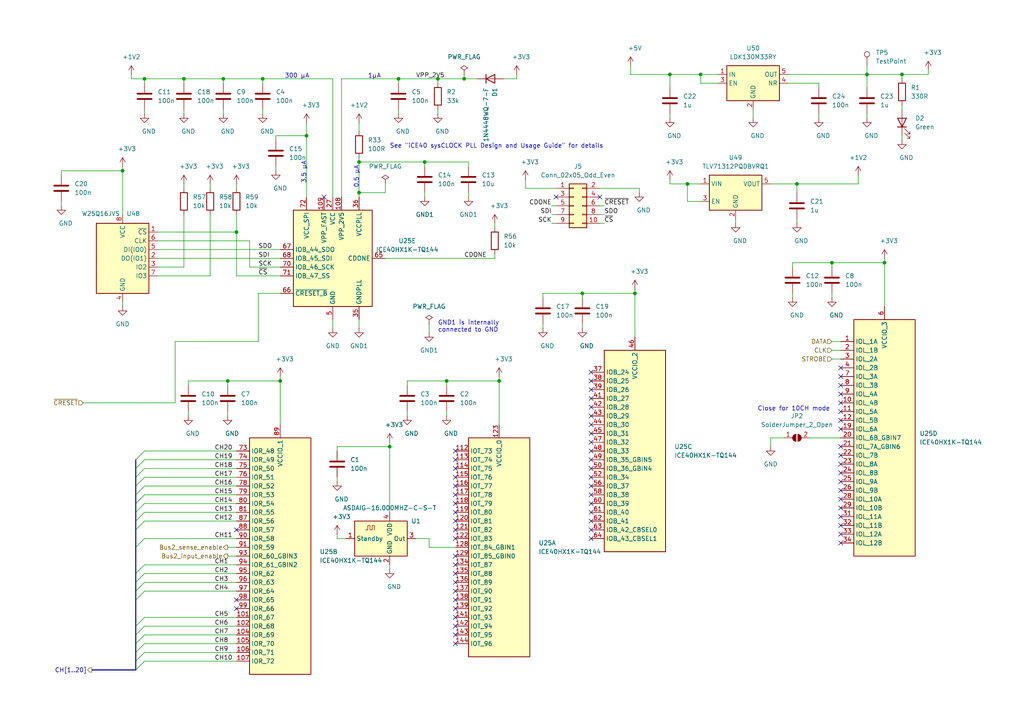
<source format=kicad_sch>
(kicad_sch (version 20231120) (generator "eeschema") (generator_version "8.0")
  (paper "A4")
  (title_block (title "Keithley 2000-SCAN-20 SSR") (date "2024-09-26") (rev "2.0.1") (comment 1 "Copyright (©) 2024, Patrick Baus <patrick.baus@physik.tu-darmstadt.de>") (comment 2 "CERN-OHL-W"))
  (junction (at 123.19 46.99))
  (junction (at 53.34 22.86))
  (junction (at 256.54 76.2))
  (junction (at 113.03 129.54))
  (junction (at 104.14 46.99))
  (junction (at 127 22.86))
  (junction (at 88.9 39.37))
  (junction (at 144.78 110.49))
  (junction (at 261.62 21.59))
  (junction (at 35.56 49.53))
  (junction (at 115.57 22.86))
  (junction (at 134.62 22.86))
  (junction (at 194.31 21.59))
  (junction (at 184.15 85.09))
  (junction (at 76.2 22.86))
  (junction (at 203.2 21.59))
  (junction (at 41.91 22.86))
  (junction (at 231.14 53.34))
  (junction (at 251.46 21.59))
  (junction (at 66.04 110.49))
  (junction (at 129.54 110.49))
  (junction (at 68.58 67.31))
  (junction (at 64.77 22.86))
  (junction (at 168.91 85.09))
  (junction (at 81.28 110.49))
  (junction (at 199.39 53.34))
  (junction (at 104.14 55.88))
  (junction (at 241.3 76.2))
  (no_connect (at 171.45 113.03))
  (no_connect (at 243.84 147.32))
  (no_connect (at 243.84 157.48))
  (no_connect (at 243.84 106.68))
  (no_connect (at 243.84 137.16))
  (no_connect (at 243.84 142.24))
  (no_connect (at 68.58 173.99))
  (no_connect (at 68.58 176.53))
  (no_connect (at 68.58 153.67))
  (no_connect (at 243.84 152.4))
  (no_connect (at 243.84 134.62))
  (no_connect (at 243.84 139.7))
  (no_connect (at 243.84 109.22))
  (no_connect (at 243.84 129.54))
  (no_connect (at 243.84 154.94))
  (no_connect (at 161.29 57.15))
  (no_connect (at 173.99 57.15))
  (no_connect (at 243.84 121.92))
  (no_connect (at 93.98 57.15))
  (no_connect (at 243.84 111.76))
  (no_connect (at 243.84 149.86))
  (no_connect (at 171.45 107.95))
  (no_connect (at 243.84 144.78))
  (no_connect (at 243.84 119.38))
  (no_connect (at 171.45 118.11))
  (no_connect (at 171.45 115.57))
  (no_connect (at 171.45 130.81))
  (no_connect (at 171.45 120.65))
  (no_connect (at 171.45 123.19))
  (no_connect (at 171.45 128.27))
  (no_connect (at 171.45 125.73))
  (no_connect (at 171.45 135.89))
  (no_connect (at 171.45 143.51))
  (no_connect (at 171.45 146.05))
  (no_connect (at 171.45 140.97))
  (no_connect (at 171.45 138.43))
  (no_connect (at 171.45 151.13))
  (no_connect (at 171.45 133.35))
  (no_connect (at 171.45 148.59))
  (no_connect (at 132.08 130.81))
  (no_connect (at 171.45 153.67))
  (no_connect (at 171.45 156.21))
  (no_connect (at 132.08 138.43))
  (no_connect (at 132.08 146.05))
  (no_connect (at 132.08 140.97))
  (no_connect (at 132.08 135.89))
  (no_connect (at 132.08 143.51))
  (no_connect (at 132.08 133.35))
  (no_connect (at 132.08 148.59))
  (no_connect (at 132.08 168.91))
  (no_connect (at 132.08 173.99))
  (no_connect (at 132.08 171.45))
  (no_connect (at 132.08 179.07))
  (no_connect (at 132.08 176.53))
  (no_connect (at 132.08 184.15))
  (no_connect (at 132.08 181.61))
  (no_connect (at 132.08 153.67))
  (no_connect (at 132.08 151.13))
  (no_connect (at 132.08 156.21))
  (no_connect (at 132.08 163.83))
  (no_connect (at 132.08 166.37))
  (no_connect (at 132.08 161.29))
  (no_connect (at 243.84 116.84))
  (no_connect (at 243.84 132.08))
  (no_connect (at 171.45 110.49))
  (no_connect (at 132.08 186.69))
  (no_connect (at 243.84 124.46))
  (no_connect (at 243.84 114.3))
  (bus_entry (at 41.91 166.37) (size -2.54 2.54))
  (bus_entry (at 41.91 179.07) (size -2.54 2.54))
  (bus_entry (at 41.91 181.61) (size -2.54 2.54))
  (bus_entry (at 41.91 156.21) (size -2.54 2.54))
  (bus_entry (at 41.91 151.13) (size -2.54 2.54))
  (bus_entry (at 41.91 130.81) (size -2.54 2.54))
  (bus_entry (at 41.91 133.35) (size -2.54 2.54))
  (bus_entry (at 41.91 135.89) (size -2.54 2.54))
  (bus_entry (at 41.91 138.43) (size -2.54 2.54))
  (bus_entry (at 41.91 140.97) (size -2.54 2.54))
  (bus_entry (at 41.91 143.51) (size -2.54 2.54))
  (bus_entry (at 41.91 146.05) (size -2.54 2.54))
  (bus_entry (at 41.91 189.23) (size -2.54 2.54))
  (bus_entry (at 41.91 168.91) (size -2.54 2.54))
  (bus_entry (at 41.91 191.77) (size -2.54 2.54))
  (bus_entry (at 41.91 148.59) (size -2.54 2.54))
  (bus_entry (at 41.91 163.83) (size -2.54 2.54))
  (bus_entry (at 41.91 171.45) (size -2.54 2.54))
  (bus_entry (at 41.91 186.69) (size -2.54 2.54))
  (bus_entry (at 41.91 184.15) (size -2.54 2.54))
  (wire (pts (xy 144.78 110.49) (xy 144.78 123.19)))
  (wire (pts (xy 134.62 21.59) (xy 134.62 22.86)))
  (wire (pts (xy 64.77 22.86) (xy 53.34 22.86)))
  (wire (pts (xy 229.87 86.36) (xy 229.87 85.09)))
  (wire (pts (xy 76.2 33.02) (xy 76.2 31.75)))
  (bus (pts (xy 39.37 166.37) (xy 39.37 168.91)))
  (wire (pts (xy 53.34 77.47) (xy 53.34 62.23)))
  (wire (pts (xy 41.91 163.83) (xy 68.58 163.83)))
  (wire (pts (xy 104.14 55.88) (xy 104.14 57.15)))
  (wire (pts (xy 129.54 120.65) (xy 129.54 119.38)))
  (wire (pts (xy 251.46 21.59) (xy 251.46 25.4)))
  (wire (pts (xy 243.84 101.6) (xy 241.3 101.6)))
  (wire (pts (xy 168.91 95.25) (xy 168.91 93.98)))
  (bus (pts (xy 39.37 140.97) (xy 39.37 143.51)))
  (wire (pts (xy 229.87 76.2) (xy 229.87 77.47)))
  (wire (pts (xy 135.89 48.26) (xy 135.89 46.99)))
  (wire (pts (xy 199.39 58.42) (xy 199.39 53.34)))
  (wire (pts (xy 64.77 33.02) (xy 64.77 31.75)))
  (wire (pts (xy 241.3 76.2) (xy 241.3 77.47)))
  (wire (pts (xy 185.42 54.61) (xy 185.42 55.88)))
  (wire (pts (xy 104.14 35.56) (xy 104.14 38.1)))
  (wire (pts (xy 199.39 53.34) (xy 203.2 53.34)))
  (wire (pts (xy 96.52 92.71) (xy 96.52 95.25)))
  (wire (pts (xy 149.86 21.59) (xy 149.86 22.86)))
  (wire (pts (xy 203.2 21.59) (xy 194.31 21.59)))
  (wire (pts (xy 53.34 53.34) (xy 53.34 54.61)))
  (wire (pts (xy 41.91 130.81) (xy 68.58 130.81)))
  (wire (pts (xy 45.72 80.01) (xy 60.96 80.01)))
  (wire (pts (xy 135.89 57.15) (xy 135.89 55.88)))
  (wire (pts (xy 45.72 67.31) (xy 68.58 67.31)))
  (wire (pts (xy 124.46 158.75) (xy 132.08 158.75)))
  (wire (pts (xy 41.91 168.91) (xy 68.58 168.91)))
  (wire (pts (xy 127 22.86) (xy 115.57 22.86)))
  (wire (pts (xy 184.15 83.82) (xy 184.15 85.09)))
  (wire (pts (xy 96.52 22.86) (xy 76.2 22.86)))
  (wire (pts (xy 68.58 161.29) (xy 66.04 161.29)))
  (wire (pts (xy 104.14 92.71) (xy 104.14 95.25)))
  (wire (pts (xy 115.57 22.86) (xy 99.06 22.86)))
  (wire (pts (xy 41.91 146.05) (xy 68.58 146.05)))
  (bus (pts (xy 39.37 133.35) (xy 39.37 135.89)))
  (wire (pts (xy 194.31 21.59) (xy 182.88 21.59)))
  (wire (pts (xy 68.58 53.34) (xy 68.58 54.61)))
  (wire (pts (xy 134.62 22.86) (xy 138.43 22.86)))
  (wire (pts (xy 161.29 54.61) (xy 152.4 54.61)))
  (wire (pts (xy 68.58 62.23) (xy 68.58 67.31)))
  (wire (pts (xy 208.28 24.13) (xy 203.2 24.13)))
  (wire (pts (xy 88.9 39.37) (xy 88.9 57.15)))
  (wire (pts (xy 50.8 99.06) (xy 50.8 116.84)))
  (wire (pts (xy 123.19 46.99) (xy 104.14 46.99)))
  (wire (pts (xy 203.2 24.13) (xy 203.2 21.59)))
  (wire (pts (xy 173.99 62.23) (xy 175.26 62.23)))
  (bus (pts (xy 39.37 158.75) (xy 39.37 166.37)))
  (wire (pts (xy 41.91 184.15) (xy 68.58 184.15)))
  (wire (pts (xy 41.91 191.77) (xy 68.58 191.77)))
  (wire (pts (xy 208.28 21.59) (xy 203.2 21.59)))
  (bus (pts (xy 39.37 184.15) (xy 39.37 186.69)))
  (wire (pts (xy 45.72 69.85) (xy 72.39 69.85)))
  (wire (pts (xy 251.46 34.29) (xy 251.46 33.02)))
  (wire (pts (xy 144.78 109.22) (xy 144.78 110.49)))
  (wire (pts (xy 256.54 76.2) (xy 256.54 88.9)))
  (wire (pts (xy 45.72 74.93) (xy 81.28 74.93)))
  (wire (pts (xy 243.84 99.06) (xy 241.3 99.06)))
  (wire (pts (xy 261.62 22.86) (xy 261.62 21.59)))
  (wire (pts (xy 41.91 166.37) (xy 68.58 166.37)))
  (wire (pts (xy 256.54 74.93) (xy 256.54 76.2)))
  (wire (pts (xy 143.51 74.93) (xy 143.51 73.66)))
  (wire (pts (xy 269.24 21.59) (xy 269.24 20.32)))
  (wire (pts (xy 41.91 151.13) (xy 68.58 151.13)))
  (wire (pts (xy 104.14 55.88) (xy 111.76 55.88)))
  (bus (pts (xy 39.37 146.05) (xy 39.37 148.59)))
  (wire (pts (xy 234.95 127) (xy 243.84 127)))
  (wire (pts (xy 261.62 31.75) (xy 261.62 30.48)))
  (bus (pts (xy 39.37 186.69) (xy 39.37 189.23)))
  (wire (pts (xy 41.91 140.97) (xy 68.58 140.97)))
  (wire (pts (xy 173.99 59.69) (xy 175.26 59.69)))
  (wire (pts (xy 80.01 49.53) (xy 80.01 48.26)))
  (wire (pts (xy 41.91 156.21) (xy 68.58 156.21)))
  (wire (pts (xy 173.99 54.61) (xy 185.42 54.61)))
  (wire (pts (xy 97.79 156.21) (xy 97.79 154.94)))
  (wire (pts (xy 76.2 22.86) (xy 64.77 22.86)))
  (wire (pts (xy 66.04 120.65) (xy 66.04 119.38)))
  (wire (pts (xy 74.93 99.06) (xy 50.8 99.06)))
  (bus (pts (xy 39.37 189.23) (xy 39.37 191.77)))
  (wire (pts (xy 218.44 31.75) (xy 218.44 34.29)))
  (wire (pts (xy 237.49 34.29) (xy 237.49 33.02)))
  (wire (pts (xy 194.31 25.4) (xy 194.31 21.59)))
  (wire (pts (xy 231.14 64.77) (xy 231.14 63.5)))
  (wire (pts (xy 35.56 87.63) (xy 35.56 88.9)))
  (wire (pts (xy 97.79 129.54) (xy 113.03 129.54)))
  (wire (pts (xy 251.46 21.59) (xy 261.62 21.59)))
  (wire (pts (xy 115.57 22.86) (xy 115.57 24.13)))
  (bus (pts (xy 39.37 181.61) (xy 39.37 184.15)))
  (wire (pts (xy 243.84 104.14) (xy 241.3 104.14)))
  (wire (pts (xy 97.79 129.54) (xy 97.79 130.81)))
  (wire (pts (xy 111.76 74.93) (xy 143.51 74.93)))
  (wire (pts (xy 124.46 93.98) (xy 124.46 96.52)))
  (wire (pts (xy 203.2 58.42) (xy 199.39 58.42)))
  (wire (pts (xy 60.96 80.01) (xy 60.96 62.23)))
  (wire (pts (xy 161.29 62.23) (xy 160.02 62.23)))
  (wire (pts (xy 41.91 135.89) (xy 68.58 135.89)))
  (wire (pts (xy 41.91 148.59) (xy 68.58 148.59)))
  (wire (pts (xy 41.91 138.43) (xy 68.58 138.43)))
  (wire (pts (xy 41.91 171.45) (xy 68.58 171.45)))
  (bus (pts (xy 39.37 171.45) (xy 39.37 173.99)))
  (wire (pts (xy 53.34 22.86) (xy 53.34 24.13)))
  (wire (pts (xy 81.28 77.47) (xy 72.39 77.47)))
  (bus (pts (xy 39.37 191.77) (xy 39.37 194.31)))
  (wire (pts (xy 80.01 39.37) (xy 88.9 39.37)))
  (wire (pts (xy 24.13 116.84) (xy 50.8 116.84)))
  (wire (pts (xy 45.72 72.39) (xy 81.28 72.39)))
  (wire (pts (xy 54.61 120.65) (xy 54.61 119.38)))
  (wire (pts (xy 228.6 21.59) (xy 251.46 21.59)))
  (wire (pts (xy 182.88 21.59) (xy 182.88 19.05)))
  (wire (pts (xy 41.91 22.86) (xy 38.1 22.86)))
  (wire (pts (xy 81.28 109.22) (xy 81.28 110.49)))
  (wire (pts (xy 168.91 85.09) (xy 184.15 85.09)))
  (wire (pts (xy 261.62 40.64) (xy 261.62 39.37)))
  (wire (pts (xy 127 33.02) (xy 127 31.75)))
  (wire (pts (xy 66.04 110.49) (xy 81.28 110.49)))
  (wire (pts (xy 17.78 49.53) (xy 17.78 50.8)))
  (wire (pts (xy 228.6 24.13) (xy 237.49 24.13)))
  (wire (pts (xy 41.91 181.61) (xy 68.58 181.61)))
  (wire (pts (xy 113.03 165.1) (xy 113.03 163.83)))
  (wire (pts (xy 118.11 110.49) (xy 118.11 111.76)))
  (wire (pts (xy 223.52 53.34) (xy 231.14 53.34)))
  (wire (pts (xy 194.31 34.29) (xy 194.31 33.02)))
  (wire (pts (xy 113.03 128.27) (xy 113.03 129.54)))
  (wire (pts (xy 229.87 76.2) (xy 241.3 76.2)))
  (wire (pts (xy 41.91 143.51) (xy 68.58 143.51)))
  (wire (pts (xy 41.91 22.86) (xy 41.91 24.13)))
  (wire (pts (xy 99.06 22.86) (xy 99.06 57.15)))
  (wire (pts (xy 194.31 53.34) (xy 199.39 53.34)))
  (wire (pts (xy 68.58 80.01) (xy 81.28 80.01)))
  (wire (pts (xy 72.39 69.85) (xy 72.39 77.47)))
  (wire (pts (xy 35.56 49.53) (xy 35.56 62.23)))
  (wire (pts (xy 241.3 86.36) (xy 241.3 85.09)))
  (wire (pts (xy 123.19 57.15) (xy 123.19 55.88)))
  (wire (pts (xy 35.56 48.26) (xy 35.56 49.53)))
  (wire (pts (xy 41.91 186.69) (xy 68.58 186.69)))
  (wire (pts (xy 134.62 22.86) (xy 127 22.86)))
  (wire (pts (xy 80.01 39.37) (xy 80.01 40.64)))
  (wire (pts (xy 123.19 46.99) (xy 123.19 48.26)))
  (bus (pts (xy 39.37 173.99) (xy 39.37 181.61)))
  (wire (pts (xy 45.72 77.47) (xy 53.34 77.47)))
  (wire (pts (xy 146.05 22.86) (xy 149.86 22.86)))
  (wire (pts (xy 118.11 120.65) (xy 118.11 119.38)))
  (wire (pts (xy 60.96 53.34) (xy 60.96 54.61)))
  (bus (pts (xy 26.67 194.31) (xy 39.37 194.31)))
  (wire (pts (xy 41.91 133.35) (xy 68.58 133.35)))
  (wire (pts (xy 38.1 21.59) (xy 38.1 22.86)))
  (wire (pts (xy 157.48 95.25) (xy 157.48 93.98)))
  (wire (pts (xy 41.91 189.23) (xy 68.58 189.23)))
  (bus (pts (xy 39.37 151.13) (xy 39.37 153.67)))
  (wire (pts (xy 41.91 179.07) (xy 68.58 179.07)))
  (wire (pts (xy 213.36 63.5) (xy 213.36 64.77)))
  (wire (pts (xy 223.52 127) (xy 223.52 129.54)))
  (wire (pts (xy 124.46 158.75) (xy 124.46 156.21)))
  (wire (pts (xy 168.91 85.09) (xy 168.91 86.36)))
  (wire (pts (xy 68.58 158.75) (xy 66.04 158.75)))
  (bus (pts (xy 39.37 168.91) (xy 39.37 171.45)))
  (wire (pts (xy 88.9 35.56) (xy 88.9 39.37)))
  (wire (pts (xy 74.93 85.09) (xy 81.28 85.09)))
  (wire (pts (xy 111.76 55.88) (xy 111.76 53.34)))
  (wire (pts (xy 194.31 53.34) (xy 194.31 52.07)))
  (wire (pts (xy 118.11 110.49) (xy 129.54 110.49)))
  (wire (pts (xy 104.14 46.99) (xy 104.14 55.88)))
  (wire (pts (xy 161.29 64.77) (xy 160.02 64.77)))
  (wire (pts (xy 115.57 33.02) (xy 115.57 31.75)))
  (bus (pts (xy 39.37 135.89) (xy 39.37 138.43)))
  (wire (pts (xy 100.33 156.21) (xy 97.79 156.21)))
  (wire (pts (xy 129.54 110.49) (xy 144.78 110.49)))
  (wire (pts (xy 74.93 85.09) (xy 74.93 99.06)))
  (wire (pts (xy 251.46 19.05) (xy 251.46 21.59)))
  (wire (pts (xy 127 22.86) (xy 127 24.13)))
  (bus (pts (xy 39.37 153.67) (xy 39.37 158.75)))
  (bus (pts (xy 39.37 143.51) (xy 39.37 146.05)))
  (wire (pts (xy 152.4 52.07) (xy 152.4 54.61)))
  (wire (pts (xy 227.33 127) (xy 223.52 127)))
  (wire (pts (xy 173.99 64.77) (xy 175.26 64.77)))
  (wire (pts (xy 231.14 53.34) (xy 248.92 53.34)))
  (bus (pts (xy 39.37 148.59) (xy 39.37 151.13)))
  (wire (pts (xy 231.14 53.34) (xy 231.14 55.88)))
  (wire (pts (xy 17.78 59.69) (xy 17.78 58.42)))
  (bus (pts (xy 39.37 138.43) (xy 39.37 140.97)))
  (wire (pts (xy 123.19 46.99) (xy 135.89 46.99)))
  (wire (pts (xy 54.61 110.49) (xy 66.04 110.49)))
  (wire (pts (xy 97.79 139.7) (xy 97.79 138.43)))
  (wire (pts (xy 68.58 67.31) (xy 68.58 80.01)))
  (wire (pts (xy 113.03 129.54) (xy 113.03 148.59)))
  (wire (pts (xy 161.29 59.69) (xy 160.02 59.69)))
  (wire (pts (xy 248.92 50.8) (xy 248.92 53.34)))
  (wire (pts (xy 143.51 64.77) (xy 143.51 66.04)))
  (wire (pts (xy 237.49 24.13) (xy 237.49 25.4)))
  (wire (pts (xy 184.15 85.09) (xy 184.15 97.79)))
  (wire (pts (xy 261.62 21.59) (xy 269.24 21.59)))
  (wire (pts (xy 157.48 85.09) (xy 157.48 86.36)))
  (wire (pts (xy 41.91 33.02) (xy 41.91 31.75)))
  (wire (pts (xy 81.28 110.49) (xy 81.28 123.19)))
  (wire (pts (xy 129.54 110.49) (xy 129.54 111.76)))
  (wire (pts (xy 76.2 22.86) (xy 76.2 24.13)))
  (wire (pts (xy 17.78 49.53) (xy 35.56 49.53)))
  (wire (pts (xy 104.14 45.72) (xy 104.14 46.99)))
  (wire (pts (xy 96.52 57.15) (xy 96.52 22.86)))
  (wire (pts (xy 124.46 156.21) (xy 120.65 156.21)))
  (wire (pts (xy 64.77 22.86) (xy 64.77 24.13)))
  (wire (pts (xy 53.34 33.02) (xy 53.34 31.75)))
  (wire (pts (xy 53.34 22.86) (xy 41.91 22.86)))
  (wire (pts (xy 241.3 76.2) (xy 256.54 76.2)))
  (wire (pts (xy 54.61 110.49) (xy 54.61 111.76)))
  (wire (pts (xy 66.04 110.49) (xy 66.04 111.76)))
  (wire (pts (xy 157.48 85.09) (xy 168.91 85.09)))
  (text "1µA" (at 106.68 22.86 0) (effects (font (size 1.27 1.27)) (justify left bottom)))
  (text "Close for 10CH mode" (at 219.71 119.38 0) (effects (font (size 1.27 1.27)) (justify left bottom)))
  (text "3.5 µA" (at 88.9 53.34 90) (effects (font (size 1.27 1.27)) (justify left bottom)))
  (text "See \"iCE40 sysCLOCK PLL Design and Usage Guide\" for details" (at 113.03 43.18 0) (effects (font (size 1.27 1.27)) (justify left bottom)))
  (text "300 µA" (at 82.55 22.86 0) (effects (font (size 1.27 1.27)) (justify left bottom)))
  (text "0.5 µA" (at 104.14 54.61 90) (effects (font (size 1.27 1.27)) (justify left bottom)))
  (text "GND1 is internally\nconnected to GND" (at 127 96.52 0) (effects (font (size 1.27 1.27)) (justify left bottom)))
  (label "CH5" (at 62.23 179.07 0))
  (label "CH8" (at 62.23 186.69 0))
  (label "CH17" (at 62.23 138.43 0))
  (label "SCK" (at 74.93 77.47 0))
  (label "CH12" (at 62.23 151.13 0))
  (label "CH14" (at 62.23 146.05 0))
  (label "VPP_2V5" (at 120.65 22.86 0))
  (label "CH16" (at 62.23 140.97 0))
  (label "SDI" (at 160.02 62.23 180))
  (label "CH11" (at 62.23 156.21 0))
  (label "~{CS}" (at 74.93 80.01 0))
  (label "CH15" (at 62.23 143.51 0))
  (label "CDONE" (at 134.62 74.93 0))
  (label "CDONE" (at 160.02 59.69 180))
  (label "CH4" (at 62.23 171.45 0))
  (label "CH20" (at 62.23 130.81 0))
  (label "CH18" (at 62.23 135.89 0))
  (label "~{CRESET}" (at 175.26 59.69 0))
  (label "CH13" (at 62.23 148.59 0))
  (label "~{CS}" (at 175.26 64.77 0))
  (label "CH1" (at 62.23 163.83 0))
  (label "CH9" (at 62.23 189.23 0))
  (label "SDO" (at 175.26 62.23 0))
  (label "CH6" (at 62.23 181.61 0))
  (label "CH3" (at 62.23 168.91 0))
  (label "CH19" (at 62.23 133.35 0))
  (label "SDO" (at 74.93 72.39 0))
  (label "CH7" (at 62.23 184.15 0))
  (label "CH2" (at 62.23 166.37 0))
  (label "CH10" (at 62.23 191.77 0))
  (label "SDI" (at 74.93 74.93 0))
  (label "SCK" (at 160.02 64.77 180))
  (hierarchical_label "STROBE" (shape input) (at 241.3 104.14 180))
  (hierarchical_label "CH[1..20]" (shape output) (at 26.67 194.31 180))
  (hierarchical_label "Bus2_input_enable" (shape output) (at 66.04 161.29 180))
  (hierarchical_label "Bus2_sense_enable" (shape output) (at 66.04 158.75 180))
  (hierarchical_label "~{CRESET}" (shape input) (at 24.13 116.84 180))
  (hierarchical_label "CLK" (shape input) (at 241.3 101.6 180))
  (hierarchical_label "DATA" (shape input) (at 241.3 99.06 180))
  (symbol (lib_id "Regulator_Linear:TPS73018DBV") (at 218.44 24.13 0) (unit 1)
    (property "Reference" "U50" (at 218.44 13.97 0))
    (property "Value" "LDK130M33RY" (at 218.44 16.51 0))
    (property "Footprint" "Package_TO_SOT_SMD:SOT-23-5" (effects (hide yes)))
    (property "Datasheet" "https://www.st.com/resource/en/datasheet/ldk130.pdf" (effects (hide yes)))
    (property "MFN" "STMicroelectronics" (effects (hide yes)))
    (property "PN" "LDK130M33RY" (effects (hide yes)))
    (property "Alternative" "TI TPS73233DBVT or TPS73233DBVR" (effects (hide yes)))
    (property "Alternative 2" "Microchip MIC5504-3.3YM5-TR" (effects (hide yes)))
    (property "RoHS" "Yes" (effects (hide yes)))
    (property "Temperature" "Tstorage = –40 °C to 125 °C" (effects (hide yes)))
  )
  (symbol (lib_id "power:+5V") (at 182.88 19.05 0) (unit 1)
    (property "Reference" "#PWR011" (effects (hide yes)))
    (property "Value" "+5V" (at 184.15 13.97 0))
    (property "Description" "Power symbol creates a global label with name \"+5V\"" (effects (hide yes)))
  )
  (symbol (lib_id "power:+3.3V") (at 269.24 20.32 0) (unit 1)
    (property "Reference" "#PWR020" (effects (hide yes)))
    (property "Value" "+3V3" (at 270.51 15.24 0))
    (property "Description" "Power symbol creates a global label with name \"+3.3V\"" (effects (hide yes)))
  )
  (symbol (lib_id "Device:C") (at 237.49 29.21 0) (unit 1)
    (property "Reference" "C24" (at 241.3 27.94 0) (effects (justify left)))
    (property "Value" "100n" (at 241.3 30.48 0) (effects (justify left)))
    (property "Footprint" "Capacitor_SMD:C_0603_1608Metric" (effects (hide yes)))
    (property "MFN" "TDK" (effects (hide yes)))
    (property "PN" "CGA3E2X7R1H104K080AA" (effects (hide yes)))
    (property "RoHS" "Yes" (effects (hide yes)))
    (property "Temperature" "Tstorage = –55 °C to 125 °C" (effects (hide yes)))
  )
  (symbol (lib_id "power:GND") (at 218.44 34.29 0) (unit 1)
    (property "Reference" "#PWR013" (effects (hide yes)))
    (property "Value" "GND" (at 219.71 39.37 0))
    (property "Description" "Power symbol creates a global label with name \"GND\" , ground" (effects (hide yes)))
  )
  (symbol (lib_id "power:GND") (at 237.49 34.29 0) (unit 1)
    (property "Reference" "#PWR014" (effects (hide yes)))
    (property "Value" "GND" (at 238.76 39.37 0))
    (property "Description" "Power symbol creates a global label with name \"GND\" , ground" (effects (hide yes)))
  )
  (symbol (lib_id "Device:C") (at 251.46 29.21 0) (unit 1)
    (property "Reference" "C23" (at 255.27 27.94 0) (effects (justify left)))
    (property "Value" "1u" (at 255.27 30.48 0) (effects (justify left)))
    (property "Footprint" "Capacitor_SMD:C_0805_2012Metric" (effects (hide yes)))
    (property "MFN" "TDK" (effects (hide yes)))
    (property "PN" "CGA4J3X7R1H105M125AB" (effects (hide yes)))
    (property "RoHS" "Yes" (effects (hide yes)))
    (property "Temperature" "Tstorage = –55 °C to 125 °C" (effects (hide yes)))
  )
  (symbol (lib_id "power:GND") (at 251.46 34.29 0) (unit 1)
    (property "Reference" "#PWR016" (effects (hide yes)))
    (property "Value" "GND" (at 252.73 39.37 0))
    (property "Description" "Power symbol creates a global label with name \"GND\" , ground" (effects (hide yes)))
  )
  (symbol (lib_id "Device:C") (at 194.31 29.21 0) (unit 1)
    (property "Reference" "C22" (at 198.12 27.94 0) (effects (justify left)))
    (property "Value" "1u" (at 198.12 30.48 0) (effects (justify left)))
    (property "Footprint" "Capacitor_SMD:C_0805_2012Metric" (effects (hide yes)))
    (property "MFN" "TDK" (effects (hide yes)))
    (property "PN" "CGA4J3X7R1H105M125AB" (effects (hide yes)))
    (property "RoHS" "Yes" (effects (hide yes)))
    (property "Temperature" "Tstorage = –55 °C to 125 °C" (effects (hide yes)))
  )
  (symbol (lib_id "power:GND") (at 194.31 34.29 0) (unit 1)
    (property "Reference" "#PWR012" (effects (hide yes)))
    (property "Value" "GND" (at 195.58 39.37 0))
    (property "Description" "Power symbol creates a global label with name \"GND\" , ground" (effects (hide yes)))
  )
  (symbol (lib_id "Device:R") (at 261.62 26.67 0) (unit 1)
    (property "Reference" "R1" (at 264.16 25.4 0) (effects (justify left)))
    (property "Value" "330R" (at 264.16 27.94 0) (effects (justify left)))
    (property "Footprint" "Resistor_SMD:R_0603_1608Metric" (effects (hide yes)))
    (property "MFN" "Vishay" (effects (hide yes)))
    (property "PN" "CRCW0603330RJNEA" (effects (hide yes)))
    (property "Note" "5% or better" (effects (hide yes)))
    (property "Alternative" "Yageo AC0603JR-07330RL or AC0603FR-07330RL" (effects (hide yes)))
    (property "RoHS" "By exemption" (effects (hide yes)))
    (property "Temperature" "Tstorage = –55 °C to 155 °C" (effects (hide yes)))
  )
  (symbol (lib_id "Device:LED") (at 261.62 35.56 90) (unit 1)
    (property "Reference" "D2" (at 265.43 34.29 90) (effects (justify right)))
    (property "Value" "Green" (at 265.43 36.83 90) (effects (justify right)))
    (property "Footprint" "LED_SMD:LED_0603_1608Metric" (effects (hide yes)))
    (property "MFN" "Kingbright" (effects (hide yes)))
    (property "PN" "APT1608SGC" (effects (hide yes)))
    (property "RoHS" "Yes" (effects (hide yes)))
    (property "Temperature" "Tstorage = –40 °C to 85 °C" (effects (hide yes)))
  )
  (symbol (lib_id "power:GND") (at 261.62 40.64 0) (unit 1)
    (property "Reference" "#PWR017" (effects (hide yes)))
    (property "Value" "GND" (at 262.89 45.72 0))
    (property "Description" "Power symbol creates a global label with name \"GND\" , ground" (effects (hide yes)))
  )
  (symbol (lib_id "Connector:TestPoint") (at 251.46 19.05 0) (unit 1)
    (property "Reference" "TP5" (at 254 15.24 0) (effects (justify left)))
    (property "Value" "TestPoint" (at 254 17.78 0) (effects (justify left)))
    (property "Footprint" "TestPoint:TestPoint_Loop_D2.60mm_Drill1.6mm_Beaded" (effects (hide yes)))
    (property "MFN" "Keystone" (effects (hide yes)))
    (property "PN" "5280" (effects (hide yes)))
    (property "DNP" "1" (effects (hide yes)))
    (property "Note" "Fit only for debugging" (effects (hide yes)))
    (property "RoHS" "Yes" (effects (hide yes)))
  )
  (symbol (lib_id "power:+3.3V") (at 88.9 35.56 0) (unit 1)
    (property "Reference" "#PWR024" (effects (hide yes)))
    (property "Value" "+3V3" (at 90.17 30.48 0))
    (property "Description" "Power symbol creates a global label with name \"+3.3V\"" (effects (hide yes)))
  )
  (symbol (lib_id "Device:C") (at 80.01 44.45 0) (unit 1)
    (property "Reference" "C15" (at 83.82 43.18 0) (effects (justify left)))
    (property "Value" "100n" (at 83.82 45.72 0) (effects (justify left)))
    (property "Footprint" "Capacitor_SMD:C_0603_1608Metric" (effects (hide yes)))
    (property "MFN" "TDK" (effects (hide yes)))
    (property "PN" "CGA3E2X7R1H104K080AA" (effects (hide yes)))
    (property "RoHS" "Yes" (effects (hide yes)))
    (property "Temperature" "Tstorage = –55 °C to 125 °C" (effects (hide yes)))
  )
  (symbol (lib_id "power:GND") (at 80.01 49.53 0) (unit 1)
    (property "Reference" "#PWR023" (effects (hide yes)))
    (property "Value" "GND" (at 81.28 54.61 0))
    (property "Description" "Power symbol creates a global label with name \"GND\" , ground" (effects (hide yes)))
  )
  (symbol (lib_id "power:GND") (at 213.36 64.77 0) (unit 1)
    (property "Reference" "#PWR0134" (effects (hide yes)))
    (property "Value" "GND" (at 214.63 69.85 0))
    (property "Description" "Power symbol creates a global label with name \"GND\" , ground" (effects (hide yes)))
  )
  (symbol (lib_id "power:GND1") (at 123.19 57.15 0) (unit 1)
    (property "Reference" "#PWR0104" (effects (hide yes)))
    (property "Value" "GND1" (at 123.19 62.23 0))
    (property "Description" "Power symbol creates a global label with name \"GND1\" , ground" (effects (hide yes)))
  )
  (symbol (lib_id "power:GND") (at 54.61 120.65 0) (unit 1)
    (property "Reference" "#PWR0129" (effects (hide yes)))
    (property "Value" "GND" (at 55.88 125.73 0))
    (property "Description" "Power symbol creates a global label with name \"GND\" , ground" (effects (hide yes)))
  )
  (symbol (lib_id "power:PWR_FLAG") (at 111.76 53.34 0) (unit 1)
    (property "Reference" "#FLG0103" (effects (hide yes)))
    (property "Value" "PWR_FLAG" (at 111.76 48.26 0))
    (property "Description" "Special symbol for telling ERC where power comes from" (effects (hide yes)))
  )
  (symbol (lib_id "FPGA_Lattice:ICE40HX1K-TQ144") (at 96.52 74.93 0) (unit 5)
    (property "Reference" "U25" (at 118.11 69.85 0))
    (property "Value" "ICE40HX1K-TQ144" (at 118.11 72.39 0))
    (property "Footprint" "Package_QFP:TQFP-144_20x20mm_P0.5mm" (effects (hide yes)))
    (property "Datasheet" "http://www.latticesemi.com/Products/FPGAandCPLD/iCE40" (effects (hide yes)))
    (property "MFN" "Lattice Semiconductor Corporation" (effects (hide yes)))
    (property "PN" "ICE40HX1K-TQ144" (effects (hide yes)))
    (property "RoHS" "Yes" (effects (hide yes)))
    (property "Temperature" "Tstorage = –40 °C to 100 °C" (effects (hide yes)))
  )
  (symbol (lib_id "Device:C") (at 41.91 27.94 0) (unit 1)
    (property "Reference" "C11" (at 45.72 26.67 0) (effects (justify left)))
    (property "Value" "100n" (at 45.72 29.21 0) (effects (justify left)))
    (property "Footprint" "Capacitor_SMD:C_0603_1608Metric" (effects (hide yes)))
    (property "MFN" "TDK" (effects (hide yes)))
    (property "PN" "CGA3E2X7R1H104K080AA" (effects (hide yes)))
    (property "RoHS" "Yes" (effects (hide yes)))
    (property "Temperature" "Tstorage = –55 °C to 125 °C" (effects (hide yes)))
  )
  (symbol (lib_id "power:GND") (at 41.91 33.02 0) (unit 1)
    (property "Reference" "#PWR0109" (effects (hide yes)))
    (property "Value" "GND" (at 43.18 38.1 0))
    (property "Description" "Power symbol creates a global label with name \"GND\" , ground" (effects (hide yes)))
  )
  (symbol (lib_id "power:GND") (at 97.79 139.7 0) (unit 1)
    (property "Reference" "#PWR0144" (effects (hide yes)))
    (property "Value" "GND" (at 99.06 144.78 0))
    (property "Description" "Power symbol creates a global label with name \"GND\" , ground" (effects (hide yes)))
  )
  (symbol (lib_id "power:GND") (at 168.91 95.25 0) (unit 1)
    (property "Reference" "#PWR0118" (effects (hide yes)))
    (property "Value" "GND" (at 170.18 100.33 0))
    (property "Description" "Power symbol creates a global label with name \"GND\" , ground" (effects (hide yes)))
  )
  (symbol (lib_id "power:+3.3V") (at 256.54 74.93 0) (unit 1)
    (property "Reference" "#PWR0117" (effects (hide yes)))
    (property "Value" "+3V3" (at 257.81 69.85 0))
    (property "Description" "Power symbol creates a global label with name \"+3.3V\"" (effects (hide yes)))
  )
  (symbol (lib_id "Regulator_Linear:MIC5365-3.3YD5") (at 213.36 55.88 0) (unit 1)
    (property "Reference" "U49" (at 213.36 45.72 0))
    (property "Value" "TLV71312PQDBVRQ1" (at 213.36 48.26 0))
    (property "Footprint" "Package_TO_SOT_SMD:SOT-23-5" (effects (hide yes)))
    (property "Datasheet" "https://www.ti.com/lit/ds/symlink/tlv713p-q1.pdf" (effects (hide yes)))
    (property "MFN" "Texas Instruments" (effects (hide yes)))
    (property "PN" "TLV71312PQDBVRQ1" (effects (hide yes)))
    (property "Alternative" "Microchip Technology MIC5365-1.2YD5-TR" (effects (hide yes)))
    (property "RoHS" "Yes" (effects (hide yes)))
    (property "Temperature" "Tstorage = –40 °C to 125 °C" (effects (hide yes)))
  )
  (symbol (lib_id "Device:C") (at 129.54 115.57 0) (unit 1)
    (property "Reference" "C2" (at 133.35 114.3 0) (effects (justify left)))
    (property "Value" "100n" (at 133.35 116.84 0) (effects (justify left)))
    (property "Footprint" "Capacitor_SMD:C_0603_1608Metric" (effects (hide yes)))
    (property "MFN" "TDK" (effects (hide yes)))
    (property "PN" "CGA3E2X7R1H104K080AA" (effects (hide yes)))
    (property "RoHS" "Yes" (effects (hide yes)))
    (property "Temperature" "Tstorage = –55 °C to 125 °C" (effects (hide yes)))
  )
  (symbol (lib_id "Device:C") (at 97.79 134.62 0) (unit 1)
    (property "Reference" "C1" (at 101.6 133.35 0) (effects (justify left)))
    (property "Value" "100n" (at 101.6 135.89 0) (effects (justify left)))
    (property "Footprint" "Capacitor_SMD:C_0603_1608Metric" (effects (hide yes)))
    (property "MFN" "TDK" (effects (hide yes)))
    (property "PN" "CGA3E2X7R1H104K080AA" (effects (hide yes)))
    (property "RoHS" "Yes" (effects (hide yes)))
    (property "Temperature" "Tstorage = –55 °C to 125 °C" (effects (hide yes)))
  )
  (symbol (lib_id "Device:R") (at 53.34 58.42 0) (unit 1)
    (property "Reference" "R57" (at 55.88 57.15 0) (effects (justify left)))
    (property "Value" "10k" (at 55.88 59.69 0) (effects (justify left)))
    (property "Footprint" "Resistor_SMD:R_0603_1608Metric" (effects (hide yes)))
    (property "MFN" "Vishay" (effects (hide yes)))
    (property "PN" "CRCW060310K0JNEA" (effects (hide yes)))
    (property "Note" "5% or better" (effects (hide yes)))
    (property "RoHS" "By exemption" (effects (hide yes)))
    (property "Temperature" "Tstorage = –55 °C to 155 °C" (effects (hide yes)))
  )
  (symbol (lib_id "Device:C") (at 118.11 115.57 0) (unit 1)
    (property "Reference" "C3" (at 121.92 114.3 0) (effects (justify left)))
    (property "Value" "100n" (at 121.92 116.84 0) (effects (justify left)))
    (property "Footprint" "Capacitor_SMD:C_0603_1608Metric" (effects (hide yes)))
    (property "MFN" "TDK" (effects (hide yes)))
    (property "PN" "CGA3E2X7R1H104K080AA" (effects (hide yes)))
    (property "RoHS" "Yes" (effects (hide yes)))
    (property "Temperature" "Tstorage = –55 °C to 125 °C" (effects (hide yes)))
  )
  (symbol (lib_id "Device:C") (at 53.34 27.94 0) (unit 1)
    (property "Reference" "C18" (at 57.15 26.67 0) (effects (justify left)))
    (property "Value" "100n" (at 57.15 29.21 0) (effects (justify left)))
    (property "Footprint" "Capacitor_SMD:C_0603_1608Metric" (effects (hide yes)))
    (property "MFN" "TDK" (effects (hide yes)))
    (property "PN" "CGA3E2X7R1H104K080AA" (effects (hide yes)))
    (property "RoHS" "Yes" (effects (hide yes)))
    (property "Temperature" "Tstorage = –55 °C to 125 °C" (effects (hide yes)))
  )
  (symbol (lib_id "power:+3.3V") (at 60.96 53.34 0) (unit 1)
    (property "Reference" "#PWR0125" (effects (hide yes)))
    (property "Value" "+3V3" (at 62.23 48.26 0))
    (property "Description" "Power symbol creates a global label with name \"+3.3V\"" (effects (hide yes)))
  )
  (symbol (lib_id "power:+3.3V") (at 113.03 128.27 0) (unit 1)
    (property "Reference" "#PWR0141" (effects (hide yes)))
    (property "Value" "+3V3" (at 114.3 123.19 0))
    (property "Description" "Power symbol creates a global label with name \"+3.3V\"" (effects (hide yes)))
  )
  (symbol (lib_id "Device:C") (at 66.04 115.57 0) (unit 1)
    (property "Reference" "C7" (at 69.85 114.3 0) (effects (justify left)))
    (property "Value" "100n" (at 69.85 116.84 0) (effects (justify left)))
    (property "Footprint" "Capacitor_SMD:C_0603_1608Metric" (effects (hide yes)))
    (property "MFN" "TDK" (effects (hide yes)))
    (property "PN" "CGA3E2X7R1H104K080AA" (effects (hide yes)))
    (property "RoHS" "Yes" (effects (hide yes)))
    (property "Temperature" "Tstorage = –55 °C to 125 °C" (effects (hide yes)))
  )
  (symbol (lib_id "power:GND") (at 115.57 33.02 0) (unit 1)
    (property "Reference" "#PWR0112" (effects (hide yes)))
    (property "Value" "GND" (at 116.84 38.1 0))
    (property "Description" "Power symbol creates a global label with name \"GND\" , ground" (effects (hide yes)))
  )
  (symbol (lib_id "Memory_Flash:W25Q16JVSS") (at 35.56 74.93 0) (mirror y) (unit 1)
    (property "Reference" "U48" (at 40.64 61.976 0) (effects (justify left)))
    (property "Value" "W25Q16JVS" (at 34.798 61.976 0) (effects (justify left)))
    (property "Footprint" "Package_SO:SOIC-8_3.9x4.9mm_P1.27mm" (effects (hide yes)))
    (property "Datasheet" "https://www.winbond.com/hq/support/documentation/levelOne.jsp?__locale=en&DocNo=DA00-W25Q16JV.1" (effects (hide yes)))
    (property "Description" "16Mb Serial Flash Memory, Standard/Dual/Quad SPI, SOIC-8" (effects (hide yes)))
    (property "MFN" "Winbond" (effects (hide yes)))
    (property "PN" "W25Q16JVSNIQ" (effects (hide yes)))
    (property "RoHS" "Yes" (effects (hide yes)))
    (property "Temperature" "Tstorage = –40 °C to 85 °C" (effects (hide yes)))
  )
  (symbol (lib_id "power:GND") (at 231.14 64.77 0) (unit 1)
    (property "Reference" "#PWR0135" (effects (hide yes)))
    (property "Value" "GND" (at 232.41 69.85 0))
    (property "Description" "Power symbol creates a global label with name \"GND\" , ground" (effects (hide yes)))
  )
  (symbol (lib_id "power:+3.3V") (at 53.34 53.34 0) (unit 1)
    (property "Reference" "#PWR0126" (effects (hide yes)))
    (property "Value" "+3V3" (at 54.61 48.26 0))
    (property "Description" "Power symbol creates a global label with name \"+3.3V\"" (effects (hide yes)))
  )
  (symbol (lib_id "power:GND") (at 17.78 59.69 0) (unit 1)
    (property "Reference" "#PWR0127" (effects (hide yes)))
    (property "Value" "GND" (at 19.05 64.77 0))
    (property "Description" "Power symbol creates a global label with name \"GND\" , ground" (effects (hide yes)))
  )
  (symbol (lib_id "power:+1V2") (at 104.14 35.56 0) (unit 1)
    (property "Reference" "#PWR0113" (effects (hide yes)))
    (property "Value" "+1V2" (at 104.14 30.48 0))
    (property "Description" "Power symbol creates a global label with name \"+1V2\"" (effects (hide yes)))
  )
  (symbol (lib_id "power:PWR_FLAG") (at 134.62 21.59 0) (unit 1)
    (property "Reference" "#FLG0104" (effects (hide yes)))
    (property "Value" "PWR_FLAG" (at 134.62 16.51 0))
    (property "Description" "Special symbol for telling ERC where power comes from" (effects (hide yes)))
  )
  (symbol (lib_id "power:+3.3V") (at 144.78 109.22 0) (unit 1)
    (property "Reference" "#PWR0121" (effects (hide yes)))
    (property "Value" "+3V3" (at 146.05 104.14 0))
    (property "Description" "Power symbol creates a global label with name \"+3.3V\"" (effects (hide yes)))
  )
  (symbol (lib_id "power:GND1") (at 104.14 95.25 0) (unit 1)
    (property "Reference" "#PWR0115" (effects (hide yes)))
    (property "Value" "GND1" (at 104.14 100.33 0))
    (property "Description" "Power symbol creates a global label with name \"GND1\" , ground" (effects (hide yes)))
  )
  (symbol (lib_id "power:GND") (at 53.34 33.02 0) (unit 1)
    (property "Reference" "#PWR0108" (effects (hide yes)))
    (property "Value" "GND" (at 54.61 38.1 0))
    (property "Description" "Power symbol creates a global label with name \"GND\" , ground" (effects (hide yes)))
  )
  (symbol (lib_id "power:GND") (at 35.56 88.9 0) (unit 1)
    (property "Reference" "#PWR0132" (effects (hide yes)))
    (property "Value" "GND" (at 35.56 93.98 0))
    (property "Description" "Power symbol creates a global label with name \"GND\" , ground" (effects (hide yes)))
  )
  (symbol (lib_id "power:GND") (at 229.87 86.36 0) (unit 1)
    (property "Reference" "#PWR0120" (effects (hide yes)))
    (property "Value" "GND" (at 231.14 91.44 0))
    (property "Description" "Power symbol creates a global label with name \"GND\" , ground" (effects (hide yes)))
  )
  (symbol (lib_id "Device:C") (at 168.91 90.17 0) (unit 1)
    (property "Reference" "C19" (at 172.72 88.9 0) (effects (justify left)))
    (property "Value" "100n" (at 172.72 91.44 0) (effects (justify left)))
    (property "Footprint" "Capacitor_SMD:C_0603_1608Metric" (effects (hide yes)))
    (property "MFN" "TDK" (effects (hide yes)))
    (property "PN" "CGA3E2X7R1H104K080AA" (effects (hide yes)))
    (property "RoHS" "Yes" (effects (hide yes)))
    (property "Temperature" "Tstorage = –55 °C to 125 °C" (effects (hide yes)))
  )
  (symbol (lib_id "FPGA_Lattice:ICE40HX1K-TQ144") (at 256.54 127 0) (unit 4)
    (property "Reference" "U25" (at 266.7 125.7299 0) (effects (justify left)))
    (property "Value" "ICE40HX1K-TQ144" (at 266.7 128.2699 0) (effects (justify left)))
    (property "Footprint" "Package_QFP:TQFP-144_20x20mm_P0.5mm" (effects (hide yes)))
    (property "Datasheet" "http://www.latticesemi.com/Products/FPGAandCPLD/iCE40" (effects (hide yes)))
    (property "MFN" "Lattice Semiconductor Corporation" (effects (hide yes)))
    (property "PN" "ICE40HX1K-TQ144" (effects (hide yes)))
    (property "RoHS" "Yes" (effects (hide yes)))
    (property "Temperature" "Tstorage = –40 °C to 100 °C" (effects (hide yes)))
  )
  (symbol (lib_id "Device:D") (at 142.24 22.86 0) (unit 1)
    (property "Reference" "D1" (at 143.5101 25.4 90) (effects (justify right)))
    (property "Value" "1N4448WQ-7-F" (at 140.9701 25.4 90) (effects (justify right)))
    (property "Footprint" "Diode_SMD:D_SOD-123" (effects (hide yes)))
    (property "Description" "Diode" (effects (hide yes)))
    (property "MFN" "Diodes Inc." (effects (hide yes)))
    (property "PN" "1N4448WQ-7-F" (effects (hide yes)))
    (property "Alternative" "On Semi SMMSD4148T1G" (effects (hide yes)))
    (property "Note" "Any silicon diode" (effects (hide yes)))
    (property "Sim.Device" "D" (effects (hide yes)))
    (property "Sim.Pins" "1=K 2=A" (effects (hide yes)))
    (property "RoHS" "Yes" (effects (hide yes)))
    (property "Temperature" "Tstorage = –65 °C to 125 °C" (effects (hide yes)))
  )
  (symbol (lib_id "power:GND") (at 113.03 165.1 0) (unit 1)
    (property "Reference" "#PWR0143" (effects (hide yes)))
    (property "Value" "GND" (at 114.3 170.18 0))
    (property "Description" "Power symbol creates a global label with name \"GND\" , ground" (effects (hide yes)))
  )
  (symbol (lib_id "power:+3.3V") (at 143.51 64.77 0) (unit 1)
    (property "Reference" "#PWR0133" (effects (hide yes)))
    (property "Value" "+3V3" (at 144.78 59.69 0))
    (property "Description" "Power symbol creates a global label with name \"+3.3V\"" (effects (hide yes)))
  )
  (symbol (lib_id "Jumper:SolderJumper_2_Open") (at 231.14 127 0) (unit 1)
    (property "Reference" "JP2" (at 231.14 120.65 0))
    (property "Value" "SolderJumper_2_Open" (at 231.14 123.19 0))
    (property "Footprint" "Jumper:SolderJumper-2_P1.3mm_Open_Pad1.0x1.5mm" (effects (hide yes)))
    (property "Config" "do not fit" (effects (hide yes)))
  )
  (symbol (lib_id "Connector_Generic:Conn_02x05_Odd_Even") (at 166.37 59.69 0) (unit 1)
    (property "Reference" "J5" (at 167.64 48.26 0))
    (property "Value" "Conn_02x05_Odd_Even" (at 167.64 50.8 0))
    (property "Footprint" "Connector_IDC:IDC-Header_2x05_P2.54mm_Vertical" (effects (hide yes)))
    (property "MFN" "Samtec" (effects (hide yes)))
    (property "PN" "TST-105-01-G-D" (effects (hide yes)))
    (property "Temperature" "Tstorage = –55 °C to 125 °C" (effects (hide yes)))
  )
  (symbol (lib_id "Device:C") (at 76.2 27.94 0) (unit 1)
    (property "Reference" "C4" (at 80.01 26.67 0) (effects (justify left)))
    (property "Value" "100n" (at 80.01 29.21 0) (effects (justify left)))
    (property "Footprint" "Capacitor_SMD:C_0603_1608Metric" (effects (hide yes)))
    (property "MFN" "TDK" (effects (hide yes)))
    (property "PN" "CGA3E2X7R1H104K080AA" (effects (hide yes)))
    (property "RoHS" "Yes" (effects (hide yes)))
    (property "Temperature" "Tstorage = –55 °C to 125 °C" (effects (hide yes)))
  )
  (symbol (lib_id "Oscillator:ASDMB-xxxMHz") (at 110.49 156.21 0) (unit 1)
    (property "Reference" "U1" (at 120.65 151.13 0))
    (property "Value" "ASDAIG-16.000MHZ-C-S-T" (at 113.03 147.32 0))
    (property "Footprint" "Oscillator:Oscillator_SMD_Abracon_ASDMB-4Pin_2.5x2.0mm" (effects (hide yes)))
    (property "Datasheet" "https://abracon.com/AIGOscillators/ASAAIG.pdf" (effects (hide yes)))
    (property "MFN" "Abracon" (effects (hide yes)))
    (property "PN" "ASDAIG-16.000MHZ-C-S-T" (effects (hide yes)))
    (property "RoHS" "Yes" (effects (hide yes)))
    (property "Temperature" "Tstorage = –40 °C to 125 °C" (effects (hide yes)))
  )
  (symbol (lib_id "Device:R") (at 68.58 58.42 0) (unit 1)
    (property "Reference" "R59" (at 71.12 57.15 0) (effects (justify left)))
    (property "Value" "10k" (at 71.12 59.69 0) (effects (justify left)))
    (property "Footprint" "Resistor_SMD:R_0603_1608Metric" (effects (hide yes)))
    (property "MFN" "Vishay" (effects (hide yes)))
    (property "PN" "CRCW060310K0JNEA" (effects (hide yes)))
    (property "Note" "5% or better" (effects (hide yes)))
    (property "RoHS" "By exemption" (effects (hide yes)))
    (property "Temperature" "Tstorage = –55 °C to 155 °C" (effects (hide yes)))
  )
  (symbol (lib_id "Device:R") (at 143.51 69.85 0) (unit 1)
    (property "Reference" "R56" (at 146.05 68.58 0) (effects (justify left)))
    (property "Value" "10k" (at 146.05 71.12 0) (effects (justify left)))
    (property "Footprint" "Resistor_SMD:R_0603_1608Metric" (effects (hide yes)))
    (property "MFN" "Vishay" (effects (hide yes)))
    (property "PN" "CRCW060310K0JNEA" (effects (hide yes)))
    (property "Note" "5% or better" (effects (hide yes)))
    (property "RoHS" "By exemption" (effects (hide yes)))
    (property "Temperature" "Tstorage = –55 °C to 155 °C" (effects (hide yes)))
  )
  (symbol (lib_id "Device:C") (at 157.48 90.17 0) (unit 1)
    (property "Reference" "C17" (at 161.29 88.9 0) (effects (justify left)))
    (property "Value" "100n" (at 161.29 91.44 0) (effects (justify left)))
    (property "Footprint" "Capacitor_SMD:C_0603_1608Metric" (effects (hide yes)))
    (property "MFN" "TDK" (effects (hide yes)))
    (property "PN" "CGA3E2X7R1H104K080AA" (effects (hide yes)))
    (property "RoHS" "Yes" (effects (hide yes)))
    (property "Temperature" "Tstorage = –55 °C to 125 °C" (effects (hide yes)))
  )
  (symbol (lib_id "power:GND") (at 157.48 95.25 0) (unit 1)
    (property "Reference" "#PWR0122" (effects (hide yes)))
    (property "Value" "GND" (at 158.75 100.33 0))
    (property "Description" "Power symbol creates a global label with name \"GND\" , ground" (effects (hide yes)))
  )
  (symbol (lib_id "power:GND") (at 127 33.02 0) (unit 1)
    (property "Reference" "#PWR0103" (effects (hide yes)))
    (property "Value" "GND" (at 128.27 38.1 0))
    (property "Description" "Power symbol creates a global label with name \"GND\" , ground" (effects (hide yes)))
  )
  (symbol (lib_id "power:+3.3V") (at 149.86 21.59 0) (unit 1)
    (property "Reference" "#PWR0102" (effects (hide yes)))
    (property "Value" "+3V3" (at 151.13 16.51 0))
    (property "Description" "Power symbol creates a global label with name \"+3.3V\"" (effects (hide yes)))
  )
  (symbol (lib_id "Device:R") (at 104.14 41.91 0) (unit 1)
    (property "Reference" "R33" (at 106.68 40.6399 0) (effects (justify left)))
    (property "Value" "100R" (at 106.68 43.1799 0) (effects (justify left)))
    (property "Footprint" "Resistor_SMD:R_0603_1608Metric" (effects (hide yes)))
    (property "MFN" "Yageo" (effects (hide yes)))
    (property "PN" "AC0603FR-10100RL" (effects (hide yes)))
    (property "Note" "5% or better" (effects (hide yes)))
    (property "RoHS" "By exemption" (effects (hide yes)))
    (property "Temperature" "Tstorage = –55 °C to 155 °C" (effects (hide yes)))
  )
  (symbol (lib_id "Device:C") (at 64.77 27.94 0) (unit 1)
    (property "Reference" "C9" (at 68.58 26.67 0) (effects (justify left)))
    (property "Value" "100n" (at 68.58 29.21 0) (effects (justify left)))
    (property "Footprint" "Capacitor_SMD:C_0603_1608Metric" (effects (hide yes)))
    (property "MFN" "TDK" (effects (hide yes)))
    (property "PN" "CGA3E2X7R1H104K080AA" (effects (hide yes)))
    (property "RoHS" "Yes" (effects (hide yes)))
    (property "Temperature" "Tstorage = –55 °C to 125 °C" (effects (hide yes)))
  )
  (symbol (lib_id "FPGA_Lattice:ICE40HX1K-TQ144") (at 144.78 158.75 0) (unit 1)
    (property "Reference" "U25" (at 156.21 157.4799 0) (effects (justify left)))
    (property "Value" "ICE40HX1K-TQ144" (at 156.21 160.0199 0) (effects (justify left)))
    (property "Footprint" "Package_QFP:TQFP-144_20x20mm_P0.5mm" (effects (hide yes)))
    (property "Datasheet" "http://www.latticesemi.com/Products/FPGAandCPLD/iCE40" (effects (hide yes)))
    (property "MFN" "Lattice Semiconductor Corporation" (effects (hide yes)))
    (property "PN" "ICE40HX1K-TQ144" (effects (hide yes)))
    (property "RoHS" "Yes" (effects (hide yes)))
    (property "Temperature" "Tstorage = –40 °C to 100 °C" (effects (hide yes)))
  )
  (symbol (lib_id "Device:C") (at 17.78 54.61 0) (unit 1)
    (property "Reference" "C20" (at 21.59 53.34 0) (effects (justify left)))
    (property "Value" "100n" (at 21.59 55.88 0) (effects (justify left)))
    (property "Footprint" "Capacitor_SMD:C_0603_1608Metric" (effects (hide yes)))
    (property "MFN" "TDK" (effects (hide yes)))
    (property "PN" "CGA3E2X7R1H104K080AA" (effects (hide yes)))
    (property "RoHS" "Yes" (effects (hide yes)))
    (property "Temperature" "Tstorage = –55 °C to 125 °C" (effects (hide yes)))
  )
  (symbol (lib_id "Device:C") (at 135.89 52.07 0) (unit 1)
    (property "Reference" "C13" (at 139.7 50.8 0) (effects (justify left)))
    (property "Value" "10u" (at 139.7 53.34 0) (effects (justify left)))
    (property "Footprint" "Capacitor_SMD:C_0805_2012Metric" (effects (hide yes)))
    (property "Note" "The LF capacitor can be an electrolytic" (effects (hide yes)))
    (property "MFN" "TDK" (effects (hide yes)))
    (property "PN" "CGA4J1X7R0J106M125AC" (effects (hide yes)))
    (property "RoHS" "Yes" (effects (hide yes)))
    (property "Temperature" "Tstorage = –55 °C to 125 °C" (effects (hide yes)))
  )
  (symbol (lib_id "power:+3.3V") (at 35.56 48.26 0) (unit 1)
    (property "Reference" "#PWR0128" (effects (hide yes)))
    (property "Value" "+3V3" (at 36.83 43.18 0))
    (property "Description" "Power symbol creates a global label with name \"+3.3V\"" (effects (hide yes)))
  )
  (symbol (lib_id "power:GND") (at 118.11 120.65 0) (unit 1)
    (property "Reference" "#PWR0124" (effects (hide yes)))
    (property "Value" "GND" (at 119.38 125.73 0))
    (property "Description" "Power symbol creates a global label with name \"GND\" , ground" (effects (hide yes)))
  )
  (symbol (lib_id "Device:R") (at 127 27.94 0) (unit 1)
    (property "Reference" "R2" (at 129.54 26.6699 0) (effects (justify left)))
    (property "Value" "33k" (at 129.54 29.2099 0) (effects (justify left)))
    (property "Footprint" "Resistor_SMD:R_0603_1608Metric" (effects (hide yes)))
    (property "MFN" "Yageo" (effects (hide yes)))
    (property "PN" "AC0603FR-1333KL" (effects (hide yes)))
    (property "Note" "5% or better" (effects (hide yes)))
    (property "RoHS" "By exemption" (effects (hide yes)))
    (property "Temperature" "Tstorage = –55 °C to 155 °C" (effects (hide yes)))
  )
  (symbol (lib_id "FPGA_Lattice:ICE40HX1K-TQ144") (at 81.28 161.29 0) (unit 2)
    (property "Reference" "U25" (at 92.71 160.0199 0) (effects (justify left)))
    (property "Value" "ICE40HX1K-TQ144" (at 92.71 162.5599 0) (effects (justify left)))
    (property "Footprint" "Package_QFP:TQFP-144_20x20mm_P0.5mm" (effects (hide yes)))
    (property "Datasheet" "http://www.latticesemi.com/Products/FPGAandCPLD/iCE40" (effects (hide yes)))
    (property "MFN" "Lattice Semiconductor Corporation" (effects (hide yes)))
    (property "PN" "ICE40HX1K-TQ144" (effects (hide yes)))
    (property "RoHS" "Yes" (effects (hide yes)))
    (property "Temperature" "Tstorage = –40 °C to 100 °C" (effects (hide yes)))
  )
  (symbol (lib_id "Device:R") (at 60.96 58.42 0) (unit 1)
    (property "Reference" "R58" (at 63.5 57.15 0) (effects (justify left)))
    (property "Value" "10k" (at 63.5 59.69 0) (effects (justify left)))
    (property "Footprint" "Resistor_SMD:R_0603_1608Metric" (effects (hide yes)))
    (property "MFN" "Vishay" (effects (hide yes)))
    (property "PN" "CRCW060310K0JNEA" (effects (hide yes)))
    (property "Note" "5% or better" (effects (hide yes)))
    (property "RoHS" "By exemption" (effects (hide yes)))
    (property "Temperature" "Tstorage = –55 °C to 155 °C" (effects (hide yes)))
  )
  (symbol (lib_id "power:GND") (at 241.3 86.36 0) (unit 1)
    (property "Reference" "#PWR0119" (effects (hide yes)))
    (property "Value" "GND" (at 242.57 91.44 0))
    (property "Description" "Power symbol creates a global label with name \"GND\" , ground" (effects (hide yes)))
  )
  (symbol (lib_id "power:+3.3V") (at 194.31 52.07 0) (unit 1)
    (property "Reference" "#PWR0136" (effects (hide yes)))
    (property "Value" "+3V3" (at 195.58 46.99 0))
    (property "Description" "Power symbol creates a global label with name \"+3.3V\"" (effects (hide yes)))
  )
  (symbol (lib_id "power:PWR_FLAG") (at 124.46 93.98 0) (unit 1)
    (property "Reference" "#FLG0105" (effects (hide yes)))
    (property "Value" "PWR_FLAG" (at 124.46 88.9 0))
    (property "Description" "Special symbol for telling ERC where power comes from" (effects (hide yes)))
  )
  (symbol (lib_id "power:+3.3V") (at 97.79 154.94 0) (unit 1)
    (property "Reference" "#PWR0142" (effects (hide yes)))
    (property "Value" "+3V3" (at 99.06 149.86 0))
    (property "Description" "Power symbol creates a global label with name \"+3.3V\"" (effects (hide yes)))
  )
  (symbol (lib_id "Device:C") (at 241.3 81.28 0) (unit 1)
    (property "Reference" "C8" (at 245.11 80.01 0) (effects (justify left)))
    (property "Value" "100n" (at 245.11 82.55 0) (effects (justify left)))
    (property "Footprint" "Capacitor_SMD:C_0603_1608Metric" (effects (hide yes)))
    (property "MFN" "TDK" (effects (hide yes)))
    (property "PN" "CGA3E2X7R1H104K080AA" (effects (hide yes)))
    (property "RoHS" "Yes" (effects (hide yes)))
    (property "Temperature" "Tstorage = –55 °C to 125 °C" (effects (hide yes)))
  )
  (symbol (lib_id "power:+3.3V") (at 184.15 83.82 0) (unit 1)
    (property "Reference" "#PWR0116" (effects (hide yes)))
    (property "Value" "+3V3" (at 185.42 78.74 0))
    (property "Description" "Power symbol creates a global label with name \"+3.3V\"" (effects (hide yes)))
  )
  (symbol (lib_id "Device:C") (at 115.57 27.94 0) (unit 1)
    (property "Reference" "C5" (at 119.38 26.67 0) (effects (justify left)))
    (property "Value" "100n" (at 119.38 29.21 0) (effects (justify left)))
    (property "Footprint" "Capacitor_SMD:C_0603_1608Metric" (effects (hide yes)))
    (property "MFN" "TDK" (effects (hide yes)))
    (property "PN" "CGA3E2X7R1H104K080AA" (effects (hide yes)))
    (property "RoHS" "Yes" (effects (hide yes)))
    (property "Temperature" "Tstorage = –55 °C to 125 °C" (effects (hide yes)))
  )
  (symbol (lib_id "power:GND") (at 76.2 33.02 0) (unit 1)
    (property "Reference" "#PWR0106" (effects (hide yes)))
    (property "Value" "GND" (at 77.47 38.1 0))
    (property "Description" "Power symbol creates a global label with name \"GND\" , ground" (effects (hide yes)))
  )
  (symbol (lib_id "power:GND1") (at 135.89 57.15 0) (unit 1)
    (property "Reference" "#PWR0105" (effects (hide yes)))
    (property "Value" "GND1" (at 135.89 62.23 0))
    (property "Description" "Power symbol creates a global label with name \"GND1\" , ground" (effects (hide yes)))
  )
  (symbol (lib_id "Device:C") (at 229.87 81.28 0) (unit 1)
    (property "Reference" "C12" (at 233.68 80.01 0) (effects (justify left)))
    (property "Value" "100n" (at 233.68 82.55 0) (effects (justify left)))
    (property "Footprint" "Capacitor_SMD:C_0603_1608Metric" (effects (hide yes)))
    (property "MFN" "TDK" (effects (hide yes)))
    (property "PN" "CGA3E2X7R1H104K080AA" (effects (hide yes)))
    (property "RoHS" "Yes" (effects (hide yes)))
    (property "Temperature" "Tstorage = –55 °C to 125 °C" (effects (hide yes)))
  )
  (symbol (lib_id "power:GND") (at 64.77 33.02 0) (unit 1)
    (property "Reference" "#PWR0107" (effects (hide yes)))
    (property "Value" "GND" (at 66.04 38.1 0))
    (property "Description" "Power symbol creates a global label with name \"GND\" , ground" (effects (hide yes)))
  )
  (symbol (lib_id "power:GND1") (at 124.46 96.52 0) (unit 1)
    (property "Reference" "#PWR0152" (effects (hide yes)))
    (property "Value" "GND1" (at 124.46 101.6 0))
    (property "Description" "Power symbol creates a global label with name \"GND1\" , ground" (effects (hide yes)))
  )
  (symbol (lib_id "power:GND") (at 185.42 55.88 0) (unit 1)
    (property "Reference" "#PWR0138" (effects (hide yes)))
    (property "Value" "GND" (at 186.69 60.96 0))
    (property "Description" "Power symbol creates a global label with name \"GND\" , ground" (effects (hide yes)))
  )
  (symbol (lib_id "power:+3.3V") (at 68.58 53.34 0) (unit 1)
    (property "Reference" "#PWR06" (effects (hide yes)))
    (property "Value" "+3V3" (at 69.85 48.26 0))
    (property "Description" "Power symbol creates a global label with name \"+3.3V\"" (effects (hide yes)))
  )
  (symbol (lib_id "power:GND") (at 129.54 120.65 0) (unit 1)
    (property "Reference" "#PWR0123" (effects (hide yes)))
    (property "Value" "GND" (at 130.81 125.73 0))
    (property "Description" "Power symbol creates a global label with name \"GND\" , ground" (effects (hide yes)))
  )
  (symbol (lib_id "Device:C") (at 123.19 52.07 0) (unit 1)
    (property "Reference" "C14" (at 127 50.8 0) (effects (justify left)))
    (property "Value" "100n" (at 127 53.34 0) (effects (justify left)))
    (property "Footprint" "Capacitor_SMD:C_0603_1608Metric" (effects (hide yes)))
    (property "MFN" "TDK" (effects (hide yes)))
    (property "PN" "CGA3E2X7R1H104K080AA" (effects (hide yes)))
    (property "RoHS" "Yes" (effects (hide yes)))
    (property "Temperature" "Tstorage = –55 °C to 125 °C" (effects (hide yes)))
  )
  (symbol (lib_id "power:GND") (at 66.04 120.65 0) (unit 1)
    (property "Reference" "#PWR0131" (effects (hide yes)))
    (property "Value" "GND" (at 67.31 125.73 0))
    (property "Description" "Power symbol creates a global label with name \"GND\" , ground" (effects (hide yes)))
  )
  (symbol (lib_id "power:GND") (at 223.52 129.54 0) (unit 1)
    (property "Reference" "#PWR0140" (effects (hide yes)))
    (property "Value" "GND" (at 223.52 134.62 0))
    (property "Description" "Power symbol creates a global label with name \"GND\" , ground" (effects (hide yes)))
  )
  (symbol (lib_id "Device:C") (at 231.14 59.69 0) (unit 1)
    (property "Reference" "C21" (at 234.95 58.42 0) (effects (justify left)))
    (property "Value" "1u" (at 234.95 60.96 0) (effects (justify left)))
    (property "Footprint" "Capacitor_SMD:C_0805_2012Metric" (effects (hide yes)))
    (property "MFN" "TDK" (effects (hide yes)))
    (property "PN" "CGA4J3X7R1H105M125AB" (effects (hide yes)))
    (property "RoHS" "Yes" (effects (hide yes)))
    (property "Temperature" "Tstorage = –55 °C to 125 °C" (effects (hide yes)))
  )
  (symbol (lib_id "Device:C") (at 54.61 115.57 0) (unit 1)
    (property "Reference" "C10" (at 58.42 114.3 0) (effects (justify left)))
    (property "Value" "100n" (at 58.42 116.84 0) (effects (justify left)))
    (property "Footprint" "Capacitor_SMD:C_0603_1608Metric" (effects (hide yes)))
    (property "MFN" "TDK" (effects (hide yes)))
    (property "PN" "CGA3E2X7R1H104K080AA" (effects (hide yes)))
    (property "RoHS" "Yes" (effects (hide yes)))
    (property "Temperature" "Tstorage = –55 °C to 125 °C" (effects (hide yes)))
  )
  (symbol (lib_id "power:+1V2") (at 38.1 21.59 0) (unit 1)
    (property "Reference" "#PWR0111" (effects (hide yes)))
    (property "Value" "+1V2" (at 38.1 16.51 0))
    (property "Description" "Power symbol creates a global label with name \"+1V2\"" (effects (hide yes)))
  )
  (symbol (lib_id "power:+1V2") (at 248.92 50.8 0) (unit 1)
    (property "Reference" "#PWR0137" (effects (hide yes)))
    (property "Value" "+1V2" (at 248.92 45.72 0))
    (property "Description" "Power symbol creates a global label with name \"+1V2\"" (effects (hide yes)))
  )
  (symbol (lib_id "FPGA_Lattice:ICE40HX1K-TQ144") (at 184.15 130.81 0) (unit 3)
    (property "Reference" "U25" (at 195.58 129.5399 0) (effects (justify left)))
    (property "Value" "ICE40HX1K-TQ144" (at 195.58 132.0799 0) (effects (justify left)))
    (property "Footprint" "Package_QFP:TQFP-144_20x20mm_P0.5mm" (effects (hide yes)))
    (property "Datasheet" "http://www.latticesemi.com/Products/FPGAandCPLD/iCE40" (effects (hide yes)))
    (property "MFN" "Lattice Semiconductor Corporation" (effects (hide yes)))
    (property "PN" "ICE40HX1K-TQ144" (effects (hide yes)))
    (property "RoHS" "Yes" (effects (hide yes)))
    (property "Temperature" "Tstorage = –40 °C to 100 °C" (effects (hide yes)))
  )
  (symbol (lib_id "power:+3.3V") (at 81.28 109.22 0) (unit 1)
    (property "Reference" "#PWR0130" (effects (hide yes)))
    (property "Value" "+3V3" (at 82.55 104.14 0))
    (property "Description" "Power symbol creates a global label with name \"+3.3V\"" (effects (hide yes)))
  )
  (symbol (lib_id "power:+3.3V") (at 152.4 52.07 0) (unit 1)
    (property "Reference" "#PWR0153" (effects (hide yes)))
    (property "Value" "+3V3" (at 153.67 46.99 0))
    (property "Description" "Power symbol creates a global label with name \"+3.3V\"" (effects (hide yes)))
  )
  (symbol (lib_id "power:GND") (at 96.52 95.25 0) (unit 1)
    (property "Reference" "#PWR0114" (effects (hide yes)))
    (property "Value" "GND" (at 96.52 100.33 0))
    (property "Description" "Power symbol creates a global label with name \"GND\" , ground" (effects (hide yes)))
  )
)
</source>
